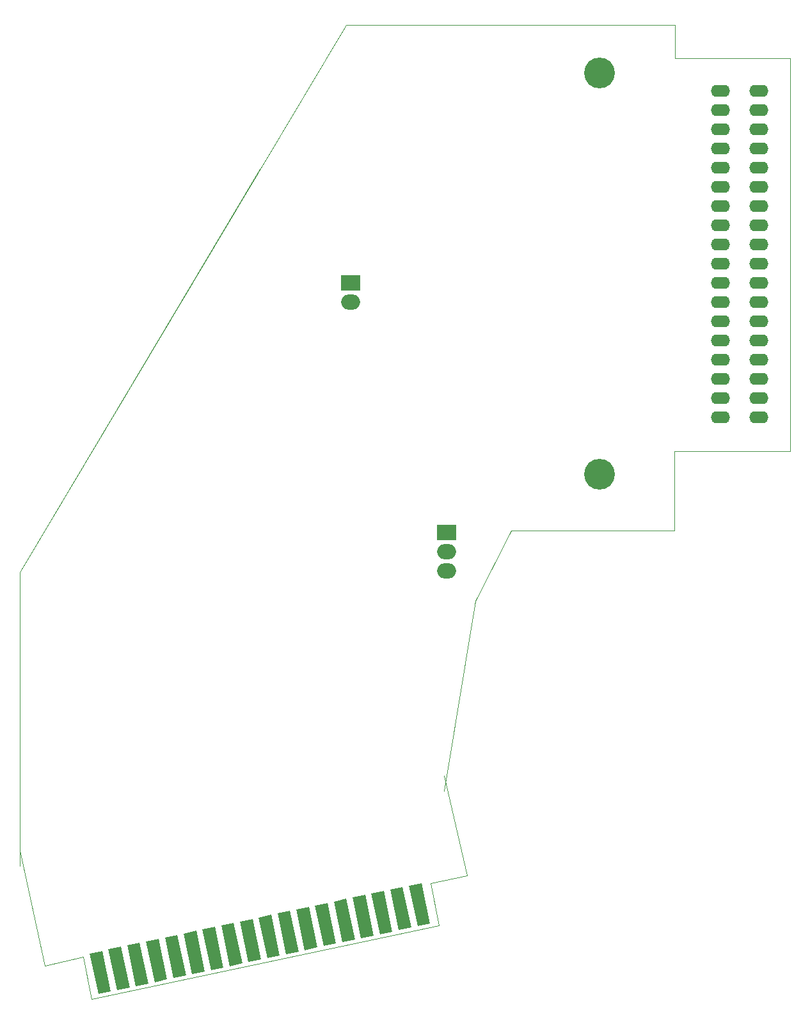
<source format=gts>
G04 (created by PCBNEW (2013-07-07 BZR 4022)-stable) date 03/07/2022 17:26:58*
%MOIN*%
G04 Gerber Fmt 3.4, Leading zero omitted, Abs format*
%FSLAX34Y34*%
G01*
G70*
G90*
G04 APERTURE LIST*
%ADD10C,0.00590551*%
%ADD11C,0.00393701*%
%ADD12O,0.1X0.0629921*%
%ADD13R,0.0984252X0.0787402*%
%ADD14O,0.0984252X0.0787402*%
%ADD15C,0.16*%
G04 APERTURE END LIST*
G54D10*
G54D11*
X-11500Y0D02*
X-17150Y0D01*
X-2950Y-26350D02*
X-8550Y-26350D01*
X6000Y-1750D02*
X0Y-1750D01*
X6000Y-1750D02*
X6000Y-22200D01*
X0Y0D02*
X-12000Y0D01*
X0Y-1750D02*
X0Y0D01*
X-8550Y-26350D02*
X-10400Y-30000D01*
X-50Y-26350D02*
X-3450Y-26350D01*
X-50Y-22200D02*
X-50Y-26350D01*
X5950Y-22200D02*
X-50Y-22200D01*
X-12750Y-44700D02*
X-10850Y-44300D01*
X-12300Y-46900D02*
X-12750Y-44700D01*
X-30400Y-50750D02*
X-12300Y-46900D01*
X-30850Y-48550D02*
X-30400Y-50750D01*
X-32850Y-49000D02*
X-30850Y-48550D01*
X-12050Y-39900D02*
X-10400Y-30000D01*
X-10850Y-44300D02*
X-12050Y-39100D01*
X-34150Y-43800D02*
X-34150Y-28500D01*
X-32850Y-49000D02*
X-34150Y-43000D01*
X-34150Y-28500D02*
X-17150Y0D01*
X-21650Y-7500D02*
X-34150Y-28500D01*
G54D10*
G36*
X-29075Y-50274D02*
X-29525Y-48156D01*
X-28870Y-48017D01*
X-28420Y-50135D01*
X-29075Y-50274D01*
X-29075Y-50274D01*
G37*
G36*
X-28096Y-50066D02*
X-28547Y-47948D01*
X-27892Y-47809D01*
X-27442Y-49927D01*
X-28096Y-50066D01*
X-28096Y-50066D01*
G37*
G36*
X-27118Y-49858D02*
X-27569Y-47740D01*
X-26914Y-47601D01*
X-26464Y-49719D01*
X-27118Y-49858D01*
X-27118Y-49858D01*
G37*
G36*
X-26140Y-49651D02*
X-26590Y-47533D01*
X-25936Y-47393D01*
X-25486Y-49511D01*
X-26140Y-49651D01*
X-26140Y-49651D01*
G37*
G36*
X-25162Y-49443D02*
X-25612Y-47325D01*
X-24958Y-47185D01*
X-24507Y-49303D01*
X-25162Y-49443D01*
X-25162Y-49443D01*
G37*
G36*
X-24184Y-49235D02*
X-24634Y-47117D01*
X-23979Y-46978D01*
X-23529Y-49096D01*
X-24184Y-49235D01*
X-24184Y-49235D01*
G37*
G36*
X-23206Y-49027D02*
X-23656Y-46909D01*
X-23001Y-46770D01*
X-22551Y-48888D01*
X-23206Y-49027D01*
X-23206Y-49027D01*
G37*
G36*
X-22228Y-48819D02*
X-22678Y-46701D01*
X-22023Y-46562D01*
X-21573Y-48680D01*
X-22228Y-48819D01*
X-22228Y-48819D01*
G37*
G36*
X-21249Y-48611D02*
X-21700Y-46493D01*
X-21045Y-46354D01*
X-20595Y-48472D01*
X-21249Y-48611D01*
X-21249Y-48611D01*
G37*
G36*
X-20271Y-48403D02*
X-20721Y-46285D01*
X-20067Y-46146D01*
X-19617Y-48264D01*
X-20271Y-48403D01*
X-20271Y-48403D01*
G37*
G36*
X-19293Y-48195D02*
X-19743Y-46077D01*
X-19089Y-45938D01*
X-18638Y-48056D01*
X-19293Y-48195D01*
X-19293Y-48195D01*
G37*
G36*
X-18315Y-47987D02*
X-18765Y-45869D01*
X-18111Y-45730D01*
X-17660Y-47848D01*
X-18315Y-47987D01*
X-18315Y-47987D01*
G37*
G36*
X-17337Y-47779D02*
X-17787Y-45661D01*
X-17132Y-45522D01*
X-16682Y-47640D01*
X-17337Y-47779D01*
X-17337Y-47779D01*
G37*
G36*
X-16359Y-47571D02*
X-16809Y-45453D01*
X-16154Y-45314D01*
X-15704Y-47432D01*
X-16359Y-47571D01*
X-16359Y-47571D01*
G37*
G36*
X-15381Y-47364D02*
X-15831Y-45245D01*
X-15176Y-45106D01*
X-14726Y-47224D01*
X-15381Y-47364D01*
X-15381Y-47364D01*
G37*
G36*
X-14402Y-47156D02*
X-14853Y-45038D01*
X-14198Y-44898D01*
X-13748Y-47016D01*
X-14402Y-47156D01*
X-14402Y-47156D01*
G37*
G36*
X-13424Y-46948D02*
X-13874Y-44830D01*
X-13220Y-44691D01*
X-12770Y-46809D01*
X-13424Y-46948D01*
X-13424Y-46948D01*
G37*
G36*
X-30053Y-50482D02*
X-30503Y-48364D01*
X-29848Y-48225D01*
X-29398Y-50343D01*
X-30053Y-50482D01*
X-30053Y-50482D01*
G37*
G54D12*
X4350Y-3450D03*
X2350Y-3450D03*
X4350Y-4450D03*
X2350Y-4450D03*
X4350Y-5450D03*
X2350Y-5450D03*
X4350Y-6450D03*
X2350Y-6450D03*
X4350Y-7450D03*
X2350Y-7450D03*
X4350Y-8450D03*
X2350Y-8450D03*
X4350Y-9450D03*
X2350Y-9450D03*
X4350Y-10450D03*
X2350Y-10450D03*
X4350Y-11450D03*
X2350Y-11450D03*
X4350Y-12450D03*
X2350Y-12450D03*
X4350Y-13450D03*
X2350Y-13450D03*
X4350Y-14450D03*
X4350Y-15450D03*
X2350Y-14450D03*
X2350Y-15450D03*
X4350Y-16450D03*
X2350Y-16450D03*
X4350Y-17450D03*
X2350Y-17450D03*
X4350Y-18450D03*
X2350Y-18450D03*
X4350Y-19450D03*
X2350Y-19450D03*
X4350Y-20450D03*
X2350Y-20450D03*
G54D13*
X-11900Y-26450D03*
G54D14*
X-11900Y-27450D03*
X-11900Y-28450D03*
G54D13*
X-16900Y-13450D03*
G54D14*
X-16900Y-14450D03*
G54D15*
X-3950Y-23400D03*
X-3950Y-2500D03*
M02*

</source>
